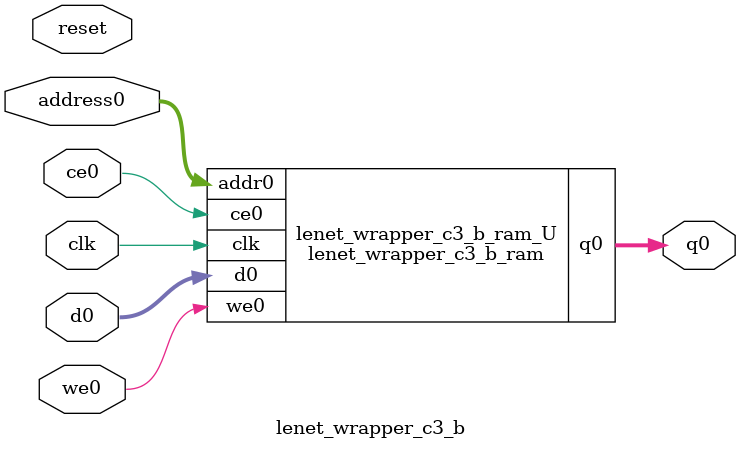
<source format=v>

`timescale 1 ns / 1 ps
module lenet_wrapper_c3_b_ram (addr0, ce0, d0, we0, q0,  clk);

parameter DWIDTH = 32;
parameter AWIDTH = 4;
parameter MEM_SIZE = 16;

input[AWIDTH-1:0] addr0;
input ce0;
input[DWIDTH-1:0] d0;
input we0;
output reg[DWIDTH-1:0] q0;
input clk;

(* ram_style = "distributed" *)reg [DWIDTH-1:0] ram[0:MEM_SIZE-1];




always @(posedge clk)  
begin 
    if (ce0) 
    begin
        if (we0) 
        begin 
            ram[addr0] <= d0; 
            q0 <= d0;
        end 
        else 
            q0 <= ram[addr0];
    end
end


endmodule


`timescale 1 ns / 1 ps
module lenet_wrapper_c3_b(
    reset,
    clk,
    address0,
    ce0,
    we0,
    d0,
    q0);

parameter DataWidth = 32'd32;
parameter AddressRange = 32'd16;
parameter AddressWidth = 32'd4;
input reset;
input clk;
input[AddressWidth - 1:0] address0;
input ce0;
input we0;
input[DataWidth - 1:0] d0;
output[DataWidth - 1:0] q0;



lenet_wrapper_c3_b_ram lenet_wrapper_c3_b_ram_U(
    .clk( clk ),
    .addr0( address0 ),
    .ce0( ce0 ),
    .d0( d0 ),
    .we0( we0 ),
    .q0( q0 ));

endmodule


</source>
